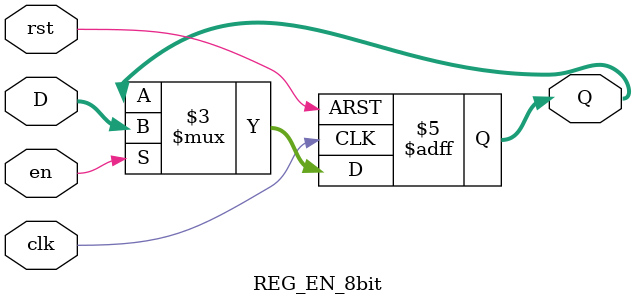
<source format=v>
/*
6502 Implemention in Verilog

Copyright (c) <2019> S.H Kim (soohyunkim@kw.ac.kr)

See the file LICENSE for copying permission.
*/

//8bit Register w/ Enable
module REG_EN_8bit(
    input clk,
    input rst,
	 input en,
    input [7:0]D,
    output reg [7:0] Q
);

    //6502 is active-low reset
    always @ (posedge clk or negedge rst) begin
        if(~rst) Q <= 8'b00000000;
        else if(en) Q <= D; //change only when enabled
    end

endmodule

</source>
